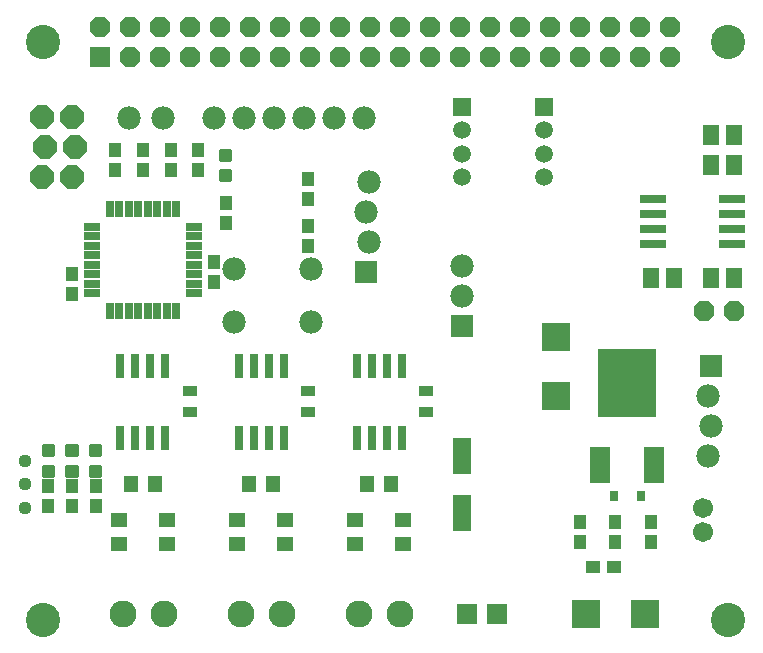
<source format=gts>
G75*
%MOIN*%
%OFA0B0*%
%FSLAX25Y25*%
%IPPOS*%
%LPD*%
%AMOC8*
5,1,8,0,0,1.08239X$1,22.5*
%
%ADD10C,0.11424*%
%ADD11R,0.06800X0.06800*%
%ADD12OC8,0.06800*%
%ADD13R,0.09061X0.02762*%
%ADD14R,0.05518X0.06699*%
%ADD15R,0.03000X0.08400*%
%ADD16C,0.09000*%
%ADD17R,0.05518X0.05124*%
%ADD18R,0.05124X0.05518*%
%ADD19R,0.05124X0.03550*%
%ADD20R,0.06699X0.12211*%
%ADD21R,0.19400X0.22900*%
%ADD22C,0.06699*%
%ADD23R,0.07800X0.07800*%
%ADD24C,0.07800*%
%ADD25R,0.02880X0.03668*%
%ADD26R,0.04731X0.04337*%
%ADD27R,0.04337X0.04731*%
%ADD28OC8,0.07800*%
%ADD29R,0.05400X0.02600*%
%ADD30R,0.02600X0.05400*%
%ADD31R,0.09731X0.09180*%
%ADD32R,0.05950X0.05950*%
%ADD33C,0.05950*%
%ADD34C,0.01301*%
%ADD35R,0.05912X0.12211*%
%ADD36R,0.09180X0.09731*%
%ADD37C,0.04400*%
D10*
X0016369Y0015385D03*
X0016369Y0208298D03*
X0244715Y0208298D03*
X0244715Y0015385D03*
D11*
X0167944Y0017353D03*
X0157944Y0017353D03*
X0035542Y0203298D03*
D12*
X0045542Y0203298D03*
X0055542Y0203298D03*
X0065542Y0203298D03*
X0075542Y0203298D03*
X0085542Y0203298D03*
X0095542Y0203298D03*
X0105542Y0203298D03*
X0115542Y0203298D03*
X0125542Y0203298D03*
X0135542Y0203298D03*
X0145542Y0203298D03*
X0155542Y0203298D03*
X0165542Y0203298D03*
X0175542Y0203298D03*
X0185542Y0203298D03*
X0195542Y0203298D03*
X0205542Y0203298D03*
X0215542Y0203298D03*
X0225542Y0203298D03*
X0225542Y0213298D03*
X0215542Y0213298D03*
X0205542Y0213298D03*
X0195542Y0213298D03*
X0185542Y0213298D03*
X0175542Y0213298D03*
X0165542Y0213298D03*
X0155542Y0213298D03*
X0145542Y0213298D03*
X0135542Y0213298D03*
X0125542Y0213298D03*
X0115542Y0213298D03*
X0105542Y0213298D03*
X0095542Y0213298D03*
X0085542Y0213298D03*
X0075542Y0213298D03*
X0065542Y0213298D03*
X0055542Y0213298D03*
X0045542Y0213298D03*
X0035542Y0213298D03*
X0236782Y0118652D03*
X0246782Y0118652D03*
D13*
X0246152Y0140798D03*
X0246152Y0145798D03*
X0246152Y0150798D03*
X0246152Y0155798D03*
X0219932Y0155798D03*
X0219932Y0150798D03*
X0219932Y0145798D03*
X0219932Y0140798D03*
D14*
X0219302Y0129548D03*
X0226782Y0129548D03*
X0239105Y0129548D03*
X0246979Y0129548D03*
X0246782Y0167048D03*
X0239302Y0167048D03*
X0239302Y0177048D03*
X0246782Y0177048D03*
D15*
X0136074Y0100319D03*
X0131074Y0100319D03*
X0126074Y0100319D03*
X0121074Y0100319D03*
X0096704Y0100319D03*
X0091704Y0100319D03*
X0086704Y0100319D03*
X0081704Y0100319D03*
X0081704Y0076119D03*
X0086704Y0076119D03*
X0091704Y0076119D03*
X0096704Y0076119D03*
X0121074Y0076119D03*
X0126074Y0076119D03*
X0131074Y0076119D03*
X0136074Y0076119D03*
X0057333Y0076119D03*
X0052333Y0076119D03*
X0047333Y0076119D03*
X0042333Y0076119D03*
X0042333Y0100319D03*
X0047333Y0100319D03*
X0052333Y0100319D03*
X0057333Y0100319D03*
D16*
X0056920Y0017353D03*
X0043141Y0017353D03*
X0082511Y0017353D03*
X0096290Y0017353D03*
X0121881Y0017353D03*
X0135660Y0017353D03*
D17*
X0136448Y0040912D03*
X0136448Y0048912D03*
X0120700Y0048912D03*
X0120700Y0040912D03*
X0097078Y0040912D03*
X0097078Y0048912D03*
X0081330Y0048912D03*
X0081330Y0040912D03*
X0057707Y0040912D03*
X0057707Y0048912D03*
X0041959Y0048912D03*
X0041959Y0040912D03*
D18*
X0045833Y0060660D03*
X0053833Y0060660D03*
X0085204Y0060660D03*
X0093204Y0060660D03*
X0124574Y0060660D03*
X0132574Y0060660D03*
D19*
X0144322Y0084676D03*
X0144322Y0091763D03*
X0104952Y0091763D03*
X0104952Y0084676D03*
X0065581Y0084676D03*
X0065581Y0091763D03*
D20*
X0202274Y0067314D03*
X0220227Y0067314D03*
D21*
X0211251Y0094471D03*
D22*
X0236644Y0052786D03*
X0236644Y0044912D03*
D23*
X0239310Y0100030D03*
X0156133Y0113652D03*
X0124137Y0131526D03*
D24*
X0125137Y0141526D03*
X0124137Y0151526D03*
X0125137Y0161526D03*
X0123456Y0182707D03*
X0113456Y0182707D03*
X0103456Y0182707D03*
X0093456Y0182707D03*
X0083456Y0182707D03*
X0073456Y0182707D03*
X0056596Y0182707D03*
X0045196Y0182707D03*
X0080341Y0132552D03*
X0080341Y0114752D03*
X0105941Y0114752D03*
X0105941Y0132552D03*
X0156133Y0133652D03*
X0156133Y0123652D03*
X0238310Y0090030D03*
X0239310Y0080030D03*
X0238310Y0070030D03*
D25*
X0215778Y0056723D03*
X0206723Y0056723D03*
D26*
X0206723Y0033101D03*
X0200030Y0033101D03*
D27*
X0195503Y0041566D03*
X0195503Y0048259D03*
X0207314Y0048259D03*
X0207314Y0041566D03*
X0219125Y0041566D03*
X0219125Y0048259D03*
X0104952Y0139991D03*
X0104952Y0146684D03*
X0104952Y0155739D03*
X0104952Y0162432D03*
X0077393Y0154558D03*
X0077393Y0147865D03*
X0073456Y0134873D03*
X0073456Y0128180D03*
X0068042Y0165581D03*
X0068042Y0172274D03*
X0059184Y0172274D03*
X0059184Y0165581D03*
X0049833Y0165581D03*
X0049833Y0172274D03*
X0040483Y0172274D03*
X0040483Y0165581D03*
X0026211Y0130936D03*
X0026211Y0124243D03*
X0026211Y0060070D03*
X0026211Y0053377D03*
X0018337Y0053377D03*
X0018337Y0060070D03*
X0034085Y0060070D03*
X0034085Y0053377D03*
D28*
X0026211Y0163022D03*
X0016211Y0163022D03*
X0017211Y0173022D03*
X0027211Y0173022D03*
X0026211Y0183022D03*
X0016211Y0183022D03*
D29*
X0032933Y0146487D03*
X0032933Y0143337D03*
X0032933Y0140188D03*
X0032933Y0137038D03*
X0032933Y0133889D03*
X0032933Y0130739D03*
X0032933Y0127589D03*
X0032933Y0124440D03*
X0066733Y0124440D03*
X0066733Y0127589D03*
X0066733Y0130739D03*
X0066733Y0133889D03*
X0066733Y0137038D03*
X0066733Y0140188D03*
X0066733Y0143337D03*
X0066733Y0146487D03*
D30*
X0060857Y0152363D03*
X0057707Y0152363D03*
X0054558Y0152363D03*
X0051408Y0152363D03*
X0048259Y0152363D03*
X0045109Y0152363D03*
X0041959Y0152363D03*
X0038810Y0152363D03*
X0038810Y0118563D03*
X0041959Y0118563D03*
X0045109Y0118563D03*
X0048259Y0118563D03*
X0051408Y0118563D03*
X0054558Y0118563D03*
X0057707Y0118563D03*
X0060857Y0118563D03*
D31*
X0197589Y0017353D03*
X0217038Y0017353D03*
D32*
X0183692Y0186644D03*
X0156133Y0186644D03*
D33*
X0156133Y0178770D03*
X0156133Y0170896D03*
X0156133Y0163022D03*
X0183692Y0163022D03*
X0183692Y0170896D03*
X0183692Y0178770D03*
D34*
X0078911Y0168894D02*
X0075875Y0168894D01*
X0075875Y0171930D01*
X0078911Y0171930D01*
X0078911Y0168894D01*
X0078911Y0170194D02*
X0075875Y0170194D01*
X0075875Y0171494D02*
X0078911Y0171494D01*
X0078911Y0161989D02*
X0075875Y0161989D01*
X0075875Y0165025D01*
X0078911Y0165025D01*
X0078911Y0161989D01*
X0078911Y0163289D02*
X0075875Y0163289D01*
X0075875Y0164589D02*
X0078911Y0164589D01*
X0035603Y0073505D02*
X0032567Y0073505D01*
X0035603Y0073505D02*
X0035603Y0070469D01*
X0032567Y0070469D01*
X0032567Y0073505D01*
X0032567Y0071769D02*
X0035603Y0071769D01*
X0035603Y0073069D02*
X0032567Y0073069D01*
X0027729Y0073505D02*
X0024693Y0073505D01*
X0027729Y0073505D02*
X0027729Y0070469D01*
X0024693Y0070469D01*
X0024693Y0073505D01*
X0024693Y0071769D02*
X0027729Y0071769D01*
X0027729Y0073069D02*
X0024693Y0073069D01*
X0019855Y0073505D02*
X0016819Y0073505D01*
X0019855Y0073505D02*
X0019855Y0070469D01*
X0016819Y0070469D01*
X0016819Y0073505D01*
X0016819Y0071769D02*
X0019855Y0071769D01*
X0019855Y0073069D02*
X0016819Y0073069D01*
X0016819Y0066599D02*
X0019855Y0066599D01*
X0019855Y0063563D01*
X0016819Y0063563D01*
X0016819Y0066599D01*
X0016819Y0064863D02*
X0019855Y0064863D01*
X0019855Y0066163D02*
X0016819Y0066163D01*
X0024693Y0066599D02*
X0027729Y0066599D01*
X0027729Y0063563D01*
X0024693Y0063563D01*
X0024693Y0066599D01*
X0024693Y0064863D02*
X0027729Y0064863D01*
X0027729Y0066163D02*
X0024693Y0066163D01*
X0032567Y0066599D02*
X0035603Y0066599D01*
X0035603Y0063563D01*
X0032567Y0063563D01*
X0032567Y0066599D01*
X0032567Y0064863D02*
X0035603Y0064863D01*
X0035603Y0066163D02*
X0032567Y0066163D01*
D35*
X0156133Y0070109D03*
X0156133Y0051211D03*
D36*
X0187629Y0090306D03*
X0187629Y0109755D03*
D37*
X0010463Y0068534D03*
X0010463Y0060660D03*
X0010463Y0052786D03*
M02*

</source>
